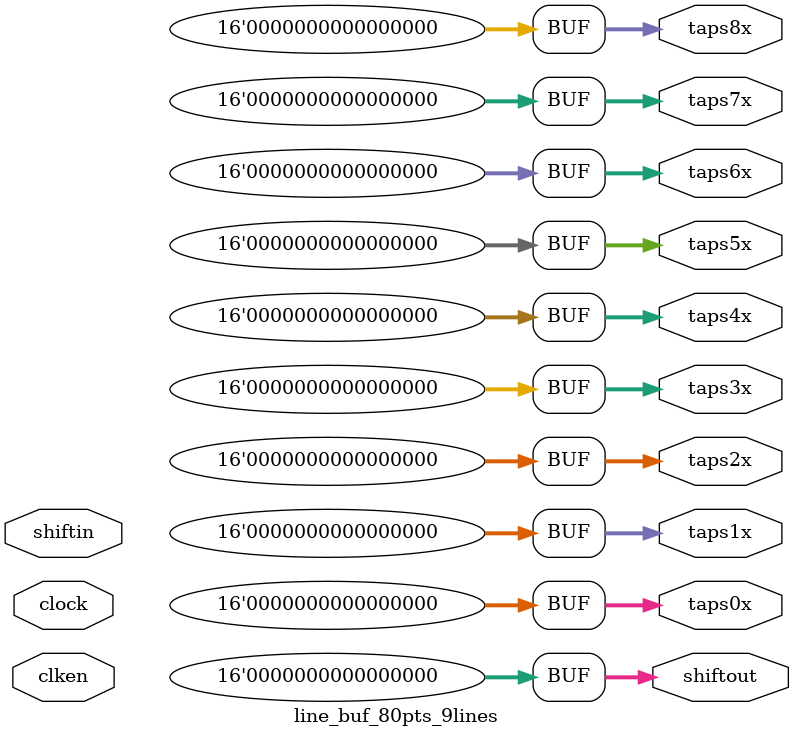
<source format=v>
module line_buf_80pts_9lines(	// file.cleaned.mlir:2:3
  input         clken,	// file.cleaned.mlir:2:39
                clock,	// file.cleaned.mlir:2:55
  input  [15:0] shiftin,	// file.cleaned.mlir:2:71
  output [15:0] shiftout,	// file.cleaned.mlir:2:91
                taps0x,	// file.cleaned.mlir:2:111
                taps1x,	// file.cleaned.mlir:2:129
                taps2x,	// file.cleaned.mlir:2:147
                taps3x,	// file.cleaned.mlir:2:165
                taps4x,	// file.cleaned.mlir:2:183
                taps5x,	// file.cleaned.mlir:2:201
                taps6x,	// file.cleaned.mlir:2:219
                taps7x,	// file.cleaned.mlir:2:237
                taps8x	// file.cleaned.mlir:2:255
);

  assign shiftout = 16'h0;	// file.cleaned.mlir:3:15, :4:5
  assign taps0x = 16'h0;	// file.cleaned.mlir:3:15, :4:5
  assign taps1x = 16'h0;	// file.cleaned.mlir:3:15, :4:5
  assign taps2x = 16'h0;	// file.cleaned.mlir:3:15, :4:5
  assign taps3x = 16'h0;	// file.cleaned.mlir:3:15, :4:5
  assign taps4x = 16'h0;	// file.cleaned.mlir:3:15, :4:5
  assign taps5x = 16'h0;	// file.cleaned.mlir:3:15, :4:5
  assign taps6x = 16'h0;	// file.cleaned.mlir:3:15, :4:5
  assign taps7x = 16'h0;	// file.cleaned.mlir:3:15, :4:5
  assign taps8x = 16'h0;	// file.cleaned.mlir:3:15, :4:5
endmodule


</source>
